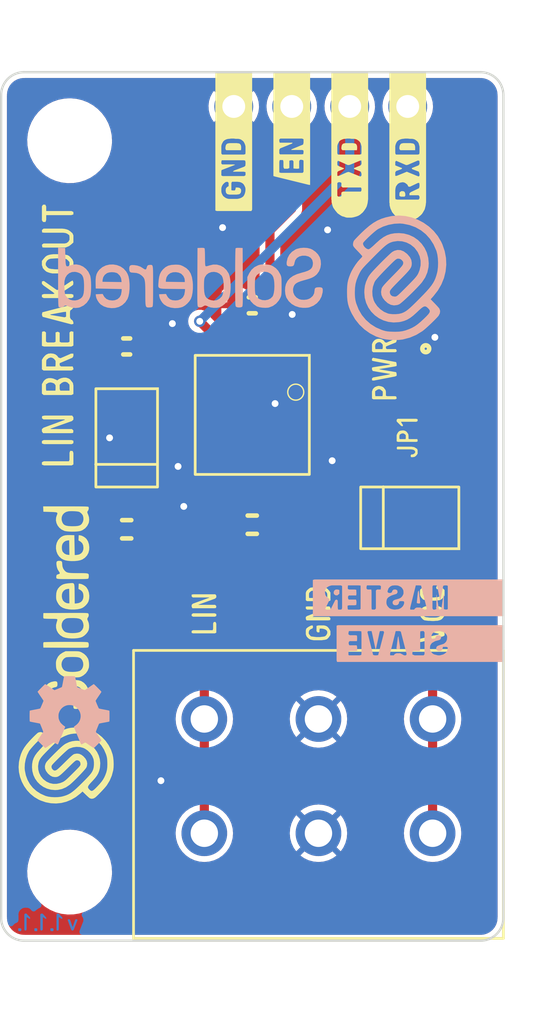
<source format=kicad_pcb>
(kicad_pcb (version 20211014) (generator pcbnew)
  (title_block (title "LIN Transceiver NCV7329 MASTER breakout") (date "2021-07-14") (rev "V1.1.1.") (company "SOLDERED") (comment 1 "333026"))
  (layers (0 "F.Cu" mixed) (31 "B.Cu" signal) (34 "B.Paste" user) (35 "F.Paste" user) (36 "B.SilkS" user "B.Silkscreen") (37 "F.SilkS" user "F.Silkscreen") (38 "B.Mask" user) (39 "F.Mask" user) (44 "Edge.Cuts" user))
  (net 0 "")
  (net 1 "VCC")
  (net 2 "GND")
  (net 3 "LIN")
  (net 4 "Net-(C1-Pad2)")
  (net 5 "Net-(D2-Pad1)")
  (net 6 "Net-(D3-Pad1)")
  (net 7 "RXD")
  (net 8 "TXD")
  (net 9 "EN")
  (net 12 "Net-(JP1-Pad2)")
  (footprint "Soldered Graphics:Logo-Back-OSH-3.5mm" (layer "F.Cu") (at 112 120)
    (fp_text reference "G***" hide)
    (fp_text value "LOGO" hide)
  )
  (footprint "buzzardLabel" (layer "F.Cu") (at 119.19 91.6 90)
    (fp_text reference "" (at 0 0 90) (layer "F.SilkS") (effects (font (size 1.27 1.27))))
    (fp_text value "" (at 0 0 90) (layer "F.SilkS") (effects (font (size 1.27 1.27))))
  )
  (footprint "buzzardLabel" (layer "F.Cu") (at 124.27 91.6 90)
    (fp_text reference "" (at 0 0 90) (layer "F.SilkS") (effects (font (size 1.27 1.27))))
    (fp_text value "" (at 0 0 90) (layer "F.SilkS") (effects (font (size 1.27 1.27))))
  )
  (footprint "buzzardLabel" (layer "F.Cu") (at 111.5 103.5 90)
    (fp_text reference "" (at 0 0 90) (layer "F.SilkS") (effects (font (size 1.27 1.27))))
    (fp_text value "" (at 0 0 90) (layer "F.SilkS") (effects (font (size 1.27 1.27))))
  )
  (footprint "buzzardLabel" (layer "F.Cu") (at 125.8 105 90)
    (fp_text reference "" (at 0 0 90) (layer "F.SilkS") (effects (font (size 1.27 1.27))))
    (fp_text value "" (at 0 0 90) (layer "F.SilkS") (effects (font (size 1.27 1.27))))
  )
  (footprint "Soldered Graphics:Logo-Front-SolderedFULL-13mm" (layer "F.Cu") (at 111.85 117.5 90)
    (fp_text reference "REF**" hide)
    (fp_text value "Logo-Front-SolderedFULL-13mm" hide)
  )
  (footprint "e-radionica.com footprinti:0402LED" (layer "F.Cu") (at 127 105 90)
    (fp_text reference "D2")
    (fp_text value "purple")
    (pad "1" smd rect locked (at -0.55 0 180) (size 0.75 0.45) (layers "F.Cu" "F.Paste" "F.Mask") (net 5 "Net-(D2-Pad1)"))
    (pad "2" smd rect locked (at 0.55 0 180) (size 0.75 0.45) (layers "F.Cu" "F.Paste" "F.Mask") (net 2 "GND"))
  )
  (footprint "e-radionica.com footprinti:FIDUCIAL_23" (layer "F.Cu") (at 115.4 98.3)
    (fp_text reference "FD1")
    (fp_text value "FIDUCIAL")
    (fp_circle (center 0 0) (end 1 0) (layer "F.Cu") (width 0.2) (fill none))
    (pad "1" smd circle (at 0 0) (size 1 1) (layers "F.Cu" "F.Paste" "F.Mask") (clearance 1.1))
  )
  (footprint "e-radionica.com footprinti:0603R" (layer "F.Cu") (at 114.5 104)
    (fp_text reference "R3")
    (fp_text value "1k")
    (pad "1" smd rect locked (at -0.775 0 90) (size 1 0.64) (layers "F.Cu" "F.Paste" "F.Mask") (net 6 "Net-(D3-Pad1)"))
    (pad "2" smd rect locked (at 0.775 0 90) (size 1 0.64) (layers "F.Cu" "F.Paste" "F.Mask") (net 4 "Net-(C1-Pad2)"))
  )
  (footprint "e-radionica.com footprinti:TERMINAL_KF235-5.0-3P" (layer "F.Cu") (at 122.9 122.8)
    (fp_text reference "K2")
    (fp_text value "TERMINAL_KF235-5.0-3P")
    (pad "1" thru_hole circle locked (at 5 2.5) (size 2 2) (drill 1.2) (layers *.Cu *.Mask) (net 1 "VCC"))
    (pad "1" thru_hole circle locked (at 5 -2.5) (size 2 2) (drill 1.2) (layers *.Cu *.Mask) (net 1 "VCC"))
    (pad "2" thru_hole circle locked (at 0 2.5) (size 2 2) (drill 1.2) (layers *.Cu *.Mask) (net 2 "GND"))
    (pad "2" thru_hole circle locked (at 0 -2.5) (size 2 2) (drill 1.2) (layers *.Cu *.Mask) (net 2 "GND"))
    (pad "3" thru_hole circle locked (at -5 2.5) (size 2 2) (drill 1.2) (layers *.Cu *.Mask) (net 3 "LIN"))
    (pad "3" thru_hole circle locked (at -5 -2.5) (size 2 2) (drill 1.2) (layers *.Cu *.Mask) (net 3 "LIN"))
  )
  (footprint "e-radionica.com footprinti:M4_DIODA" (layer "F.Cu") (at 114.5 108 -90)
    (fp_text reference "D3")
    (fp_text value "M4_DIODA")
    (pad "1" smd rect locked (at -1.69 0 270) (size 1.27 1.47) (layers "F.Cu" "F.Paste" "F.Mask") (net 6 "Net-(D3-Pad1)"))
    (pad "2" smd rect locked (at 1.69 0 270) (size 1.27 1.47) (layers "F.Cu" "F.Paste" "F.Mask") (net 3 "LIN"))
  )
  (footprint "buzzardLabel" (layer "F.Cu") (at 122.9 115.7 90)
    (fp_text reference "" (at 0 0 90) (layer "F.SilkS") (effects (font (size 1.27 1.27))))
    (fp_text value "" (at 0 0 90) (layer "F.SilkS") (effects (font (size 1.27 1.27))))
  )
  (footprint "e-radionica.com footprinti:SMD-JUMPER-CONNECTED_TRACE_SLODERMASK" (layer "F.Cu") (at 128 108 90)
    (fp_text reference "JP1")
    (fp_text value "SMD-JUMPER-CONNECTED_TRACE_SLODERMASK")
    (fp_poly (pts (xy 0.1 0.1) (xy -0.1 0.1) (xy -0.1 -0.1) (xy 0.1 -0.1)) (layer "F.Cu") (width 0.1) (fill solid))
    (pad "1" smd rect (at -0.35 0 90) (size 0.5 1) (layers "F.Cu" "F.Mask") (net 1 "VCC"))
    (pad "2" smd rect (at 0.35 0 90) (size 0.5 1) (layers "F.Cu" "F.Mask") (net 12 "Net-(JP1-Pad2)"))
  )
  (footprint "buzzardLabel" (layer "F.Cu") (at 121.73 91.6 90)
    (fp_text reference "" (at 0 0 90) (layer "F.SilkS") (effects (font (size 1.27 1.27))))
    (fp_text value "" (at 0 0 90) (layer "F.SilkS") (effects (font (size 1.27 1.27))))
  )
  (footprint "e-radionica.com footprinti:0603C" (layer "F.Cu") (at 120 111.8)
    (fp_text reference "C1")
    (fp_text value "2.2uF")
    (pad "1" smd rect locked (at -0.73 0) (size 0.66 1) (layers "F.Cu" "F.Paste" "F.Mask") (net 2 "GND"))
    (pad "2" smd rect locked (at 0.73 0) (size 0.66 1) (layers "F.Cu" "F.Paste" "F.Mask") (net 4 "Net-(C1-Pad2)"))
  )
  (footprint "e-radionica.com footprinti:0603R" (layer "F.Cu") (at 120 102.2)
    (fp_text reference "R1")
    (fp_text value "4.7k")
    (pad "1" smd rect locked (at -0.775 0 90) (size 1 0.64) (layers "F.Cu" "F.Paste" "F.Mask") (net 2 "GND"))
    (pad "2" smd rect locked (at 0.775 0 90) (size 1 0.64) (layers "F.Cu" "F.Paste" "F.Mask") (net 9 "EN"))
  )
  (footprint "e-radionica.com footprinti:SOIC−8" (layer "F.Cu") (at 120 107 -90)
    (fp_text reference "U1")
    (fp_text value "NCV7329")
    (pad "1" smd rect locked (at -2.7 -1.905 270) (size 1.55 0.6) (layers "F.Cu" "F.Paste" "F.Mask") (net 7 "RXD"))
    (pad "2" smd rect locked (at -2.6 -0.635 270) (size 1.55 0.6) (layers "F.Cu" "F.Paste" "F.Mask") (net 9 "EN"))
    (pad "3" smd rect locked (at -2.6 0.635 270) (size 1.55 0.6) (layers "F.Cu" "F.Paste" "F.Mask"))
    (pad "4" smd rect locked (at -2.6 1.905 270) (size 1.55 0.6) (layers "F.Cu" "F.Paste" "F.Mask") (net 8 "TXD"))
    (pad "5" smd rect locked (at 2.6 1.905 270) (size 1.55 0.6) (layers "F.Cu" "F.Paste" "F.Mask") (net 2 "GND"))
    (pad "6" smd rect locked (at 2.6 0.635 270) (size 1.55 0.6) (layers "F.Cu" "F.Paste" "F.Mask") (net 3 "LIN"))
    (pad "7" smd rect locked (at 2.6 -0.635 270) (size 1.55 0.6) (layers "F.Cu" "F.Paste" "F.Mask") (net 4 "Net-(C1-Pad2)"))
    (pad "8" smd rect locked (at 2.6 -1.905 270) (size 1.55 0.6) (layers "F.Cu" "F.Paste" "F.Mask"))
  )
  (footprint "e-radionica.com footprinti:0603C" (layer "F.Cu") (at 114.5 112)
    (fp_text reference "C2")
    (fp_text value "270pF")
    (pad "1" smd rect locked (at -0.73 0) (size 0.66 1) (layers "F.Cu" "F.Paste" "F.Mask") (net 2 "GND"))
    (pad "2" smd rect locked (at 0.73 0) (size 0.66 1) (layers "F.Cu" "F.Paste" "F.Mask") (net 3 "LIN"))
  )
  (footprint "buzzardLabel" (layer "F.Cu") (at 117.9 115.7 90)
    (fp_text reference "" (at 0 0 90) (layer "F.SilkS") (effects (font (size 1.27 1.27))))
    (fp_text value "" (at 0 0 90) (layer "F.SilkS") (effects (font (size 1.27 1.27))))
  )
  (footprint "e-radionica.com footprinti:HOLE_3.2mm" (layer "F.Cu") (at 112 95)
    (fp_text reference "H2" hide)
    (fp_text value "HOLE_3.2mm" hide)
    (pad "" np_thru_hole circle locked (at 0 0) (size 3.2 3.2) (drill 3.2) (layers F&B.Cu *.Mask))
  )
  (footprint "e-radionica.com footprinti:HOLE_3.2mm" (layer "F.Cu") (at 112 127)
    (fp_text reference "H1" hide)
    (fp_text value "HOLE_3.2mm" hide)
    (pad "" np_thru_hole circle locked (at 0 0) (size 3.2 3.2) (drill 3.2) (layers F&B.Cu *.Mask))
  )
  (footprint "Soldered Graphics:Logo-Back-SolderedFULL-17mm" (layer "F.Cu") (at 120 101)
    (fp_text reference "REF**" hide)
    (fp_text value "Logo-Front-SolderedFULL-17mm" hide)
  )
  (footprint "buzzardLabel" (layer "F.Cu") (at 127.9 115.7 90)
    (fp_text reference "" (at 0 0 90) (layer "F.SilkS") (effects (font (size 1.27 1.27))))
    (fp_text value "" (at 0 0 90) (layer "F.SilkS") (effects (font (size 1.27 1.27))))
  )
  (footprint "buzzardLabel" (layer "F.Cu") (at 126.81 91.6 90)
    (fp_text reference "" (at 0 0 90) (layer "F.SilkS") (effects (font (size 1.27 1.27))))
    (fp_text value "" (at 0 0 90) (layer "F.SilkS") (effects (font (size 1.27 1.27))))
  )
  (footprint "buzzardLabel" (layer "F.Cu") (at 126.8 108 90)
    (fp_text reference "" (at 0 0 90) (layer "F.SilkS") (effects (font (size 1.27 1.27))))
    (fp_text value "" (at 0 0 90) (layer "F.SilkS") (effects (font (size 1.27 1.27))))
  )
  (footprint "e-radionica.com footprinti:M4_DIODA" (layer "F.Cu") (at 126.9 111.5 180)
    (fp_text reference "D1")
    (fp_text value "M4_DIODA")
    (pad "1" smd rect locked (at -1.69 0 180) (size 1.27 1.47) (layers "F.Cu" "F.Paste" "F.Mask") (net 1 "VCC"))
    (pad "2" smd rect locked (at 1.69 0 180) (size 1.27 1.47) (layers "F.Cu" "F.Paste" "F.Mask") (net 4 "Net-(C1-Pad2)"))
  )
  (footprint "e-radionica.com footprinti:0402R" (layer "F.Cu") (at 129 105 90)
    (fp_text reference "R2")
    (fp_text value "2k2")
    (pad "1" smd rect locked (at -0.5 0 180) (size 0.64 0.54) (layers "F.Cu" "F.Paste" "F.Mask") (net 12 "Net-(JP1-Pad2)"))
    (pad "2" smd rect locked (at 0.5 0 180) (size 0.64 0.54) (layers "F.Cu" "F.Paste" "F.Mask") (net 5 "Net-(D2-Pad1)"))
  )
  (footprint "buzzardLabel" (layer "B.Cu") (at 131.4 115 180)
    (fp_text reference "" (at 0 0) (layer "B.SilkS") (effects (font (size 1.27 1.27)) (justify mirror)))
    (fp_text value "" (at 0 0) (layer "B.SilkS") (effects (font (size 1.27 1.27)) (justify mirror)))
  )
  (footprint "e-radionica.com footprinti:HEADER_MALE_4X1" (layer "B.Cu") (at 123 93.5)
    (fp_text reference "K1")
    (fp_text value "HEADER_MALE_4X1")
    (pad "1" thru_hole circle locked (at -3.81 0) (size 1.7 1.7) (drill 1) (layers *.Cu *.Mask) (net 2 "GND"))
    (pad "2" thru_hole circle locked (at -1.27 0) (size 1.7 1.7) (drill 1) (layers *.Cu *.Mask) (net 9 "EN"))
    (pad "3" thru_hole circle locked (at 1.27 0) (size 1.7 1.7) (drill 1) (layers *.Cu *.Mask) (net 8 "TXD"))
    (pad "4" thru_hole circle locked (at 3.81 0) (size 1.7 1.7) (drill 1) (layers *.Cu *.Mask) (net 7 "RXD"))
  )
  (footprint "buzzardLabel" (layer "B.Cu") (at 131.4 117 180)
    (fp_text reference "" (at 0 0) (layer "B.SilkS") (effects (font (size 1.27 1.27)) (justify mirror)))
    (fp_text value "" (at 0 0) (layer "B.SilkS") (effects (font (size 1.27 1.27)) (justify mirror)))
  )
  (footprint "Soldered Graphics:Version1.1.1." (layer "B.Cu") (at 111 129.2 180)
    (fp_text reference "REF**" hide)
    (fp_text value "Version1.1.1." hide)
    (fp_poly (pts (xy -0.27 -0.38) (xy -0.22 -0.38) (xy -0.17 -0.37) (xy -0.16 -0.33) (xy -0.16 -0.27) (xy -0.21 -0.26) (xy -0.26 -0.26) (xy -0.29 -0.29) (xy -0.29 -0.34) (xy -0.27 -0.38)) (layer "B.Cu") (width 0.01) (fill solid))
    (fp_poly (pts (xy -0.5 -0.35) (xy -0.44 -0.35) (xy -0.43 -0.31) (xy -0.43 0.35) (xy -0.46 0.38) (xy -0.52 0.38) (xy -0.55 0.34) (xy -0.67 0.22) (xy -0.68 0.17) (xy -0.65 0.16) (xy -0.56 0.22) (xy -0.52 0.23) (xy -0.52 -0.31) (xy -0.5 -0.35)) (layer "B.Cu") (width 0.01) (fill solid))
    (fp_poly (pts (xy 0.21 -0.35) (xy 0.26 -0.35) (xy 0.28 -0.31) (xy 0.28 0.35) (xy 0.24 0.38) (xy 0.19 0.38) (xy 0.15 0.34) (xy 0.04 0.22) (xy 0.02 0.17) (xy 0.05 0.16) (xy 0.14 0.22) (xy 0.18 0.23) (xy 0.18 -0.31) (xy 0.21 -0.35)) (layer "B.Cu") (width 0.01) (fill solid))
    (fp_poly (pts (xy 0.91 -0.35) (xy 0.96 -0.35) (xy 0.98 -0.31) (xy 0.98 0.35) (xy 0.95 0.38) (xy 0.89 0.38) (xy 0.86 0.34) (xy 0.74 0.22) (xy 0.73 0.17) (xy 0.76 0.16) (xy 0.85 0.22) (xy 0.89 0.23) (xy 0.89 -0.31) (xy 0.91 -0.35)) (layer "B.Cu") (width 0.01) (fill solid))
    (fp_poly (pts (xy -1.15 -0.35) (xy -1.1 -0.35) (xy -1.07 -0.31) (xy -0.92 0.1) (xy -0.94 0.13) (xy -0.99 0.13) (xy -1.02 0.1) (xy -1.11 -0.16) (xy -1.13 -0.21) (xy -1.15 -0.17) (xy -1.24 0.09) (xy -1.26 0.13) (xy -1.32 0.13) (xy -1.34 0.1) (xy -1.18 -0.31) (xy -1.15 -0.35)) (layer "B.Cu") (width 0.01) (fill solid))
    (fp_poly (pts (xy 1.14 -0.38) (xy 1.19 -0.38) (xy 1.24 -0.37) (xy 1.25 -0.33) (xy 1.25 -0.27) (xy 1.2 -0.26) (xy 1.15 -0.26) (xy 1.12 -0.29) (xy 1.12 -0.34) (xy 1.14 -0.38)) (layer "B.Cu") (width 0.01) (fill solid))
    (fp_poly (pts (xy 0.43 -0.38) (xy 0.48 -0.38) (xy 0.54 -0.37) (xy 0.54 -0.33) (xy 0.54 -0.27) (xy 0.5 -0.26) (xy 0.45 -0.26) (xy 0.42 -0.29) (xy 0.42 -0.34) (xy 0.43 -0.38)) (layer "B.Cu") (width 0.01) (fill solid))
  )
  (gr_line (start 109 129) (end 109 93) (layer "Edge.Cuts") (width 0.1))
  (gr_arc (start 130 92) (mid 130.707105 92.292892) (end 130.999997 92.999997) (layer "Edge.Cuts") (width 0.1))
  (gr_arc (start 108.999997 92.999997) (mid 109.292892 92.292891) (end 110 92) (layer "Edge.Cuts") (width 0.1))
  (gr_arc (start 110 130) (mid 109.292893 129.707107) (end 109 129) (layer "Edge.Cuts") (width 0.1))
  (gr_arc (start 131 129) (mid 130.707107 129.707107) (end 130 130) (layer "Edge.Cuts") (width 0.1))
  (gr_line (start 110 92) (end 130 92) (layer "Edge.Cuts") (width 0.1))
  (gr_line (start 130 130) (end 110 130) (layer "Edge.Cuts") (width 0.1))
  (gr_line (start 131 93) (end 131 129) (layer "Edge.Cuts") (width 0.1))
  (segment (start 128.59 109.99) (end 128 109.4) (width 0.4) (layer "F.Cu") (net 1))
  (segment (start 127.9 120.3) (end 127.9 113.3) (width 0.4) (layer "F.Cu") (net 1))
  (segment (start 128.59 112.61) (end 128.59 111.5) (width 0.4) (layer "F.Cu") (net 1))
  (segment (start 127.9 113.3) (end 128.59 112.61) (width 0.4) (layer "F.Cu") (net 1))
  (segment (start 128.59 111.5) (end 128.59 109.99) (width 0.4) (layer "F.Cu") (net 1))
  (segment (start 127.9 125.3) (end 127.9 120.3) (width 0.4) (layer "F.Cu") (net 1))
  (segment (start 128 109.4) (end 128 108.35) (width 0.4) (layer "F.Cu") (net 1))
  (via (at 118.7 98.8) (size 0.5) (drill 0.3) (layers "F.Cu" "B.Cu") (net 2))
  (via (at 121.75 102.6) (size 0.5) (drill 0.3) (layers "F.Cu" "B.Cu") (net 2))
  (via (at 116.5 103) (size 0.5) (drill 0.3) (layers "F.Cu" "B.Cu") (net 2))
  (via (at 121 106.5) (size 0.5) (drill 0.3) (layers "F.Cu" "B.Cu") (net 2))
  (via (at 116 123) (size 0.5) (drill 0.3) (layers "F.Cu" "B.Cu") (net 2))
  (via (at 128 103.6) (size 0.5) (drill 0.3) (layers "F.Cu" "B.Cu") (net 2))
  (via (at 123.5 109) (size 0.5) (drill 0.3) (layers "F.Cu" "B.Cu") (net 2))
  (via (at 123.3 98.9) (size 0.5) (drill 0.3) (layers "F.Cu" "B.Cu") (net 2))
  (via (at 116.75 109.25) (size 0.5) (drill 0.3) (layers "F.Cu" "B.Cu") (net 2))
  (via (at 113.75 108) (size 0.5) (drill 0.3) (layers "F.Cu" "B.Cu") (net 2))
  (via (at 117 111) (size 0.5) (drill 0.3) (layers "F.Cu" "B.Cu") (net 2))
  (segment (start 118.7 107.8) (end 115.9 107.8) (width 0.4) (layer "F.Cu") (net 3))
  (segment (start 115.9 107.8) (end 114.5 109.2) (width 0.4) (layer "F.Cu") (net 3))
  (segment (start 115.2 110.7) (end 115.2 111.97) (width 0.4) (layer "F.Cu") (net 3))
  (segment (start 117.9 118) (end 117.9 120.3) (width 0.4) (layer "F.Cu") (net 3))
  (segment (start 114.5 110) (end 115.2 110.7) (width 0.4) (layer "F.Cu") (net 3))
  (segment (start 115.23 112) (end 115.23 115.33) (width 0.4) (layer "F.Cu") (net 3))
  (segment (start 119.365 109.6) (end 119.365 108.465) (width 0.4) (layer "F.Cu") (net 3))
  (segment (start 114.5 109.69) (end 114.5 110) (width 0.4) (layer "F.Cu") (net 3))
  (segment (start 119.365 108.465) (end 118.7 107.8) (width 0.4) (layer "F.Cu") (net 3))
  (segment (start 115.23 115.33) (end 117.9 118) (width 0.4) (layer "F.Cu") (net 3))
  (segment (start 115.2 111.97) (end 115.23 112) (width 0.4) (layer "F.Cu") (net 3))
  (segment (start 114.5 109.2) (end 114.5 109.69) (width 0.4) (layer "F.Cu") (net 3))
  (segment (start 117.9 120.3) (end 117.9 125.3) (width 0.4) (layer "F.Cu") (net 3))
  (segment (start 120.635 108.035) (end 120.635 109.6) (width 0.4) (layer "F.Cu") (net 4))
  (segment (start 120.635 111.705) (end 120.73 111.8) (width 0.4) (layer "F.Cu") (net 4))
  (segment (start 115.275 104) (end 115.275 104.3) (width 0.4) (layer "F.Cu") (net 4))
  (segment (start 125.21 111.5) (end 122.9 111.5) (width 0.4) (layer "F.Cu") (net 4))
  (segment (start 122.9 111.5) (end 122.6 111.8) (width 0.4) (layer "F.Cu") (net 4))
  (segment (start 120.635 109.6) (end 120.635 111.705) (width 0.4) (layer "F.Cu") (net 4))
  (segment (start 115.275 104.3) (end 117.775 106.8) (width 0.4) (layer "F.Cu") (net 4))
  (segment (start 117.775 106.8) (end 119.4 106.8) (width 0.4) (layer "F.Cu") (net 4))
  (segment (start 122.6 111.8) (end 120.73 111.8) (width 0.4) (layer "F.Cu") (net 4))
  (segment (start 119.4 106.8) (end 120.635 108.035) (width 0.4) (layer "F.Cu") (net 4))
  (segment (start 128.6 104.5) (end 129 104.5) (width 0.3) (layer "F.Cu") (net 5))
  (segment (start 127.55 105.55) (end 128.6 104.5) (width 0.3) (layer "F.Cu") (net 5))
  (segment (start 127 105.55) (end 127.55 105.55) (width 0.3) (layer "F.Cu") (net 5))
  (segment (start 113.725 104) (end 113.725 105.535) (width 0.4) (layer "F.Cu") (net 6))
  (segment (start 113.725 105.535) (end 114.5 106.31) (width 0.4) (layer "F.Cu") (net 6))
  (segment (start 121.905 104.3) (end 121.905 103.795) (width 0.4) (layer "F.Cu") (net 7))
  (segment (start 121.905 103.795) (end 126.81 98.89) (width 0.4) (layer "F.Cu") (net 7))
  (segment (start 126.81 98.89) (end 126.81 93.5) (width 0.4) (layer "F.Cu") (net 7))
  (segment (start 118.095 103.295) (end 117.7 102.9) (width 0.4) (layer "F.Cu") (net 8))
  (segment (start 118.095 104.4) (end 118.095 103.295) (width 0.4) (layer "F.Cu") (net 8))
  (via (at 117.7 102.9) (size 0.5) (drill 0.3) (layers "F.Cu" "B.Cu") (net 8))
  (segment (start 117.7 102.9) (end 124.27 96.33) (width 0.4) (layer "B.Cu") (net 8))
  (segment (start 124.27 96.33) (end 124.27 93.5) (width 0.4) (layer "B.Cu") (net 8))
  (segment (start 120.775 98.925) (end 121.73 97.97) (width 0.4) (layer "F.Cu") (net 9))
  (segment (start 120.775 102.2) (end 120.775 98.925) (width 0.4) (layer "F.Cu") (net 9))
  (segment (start 121.73 97.97) (end 121.73 93.5) (width 0.4) (layer "F.Cu") (net 9))
  (segment (start 120.635 102.34) (end 120.775 102.2) (width 0.4) (layer "F.Cu") (net 9))
  (segment (start 120.635 104.4) (end 120.635 102.34) (width 0.4) (layer "F.Cu") (net 9))
  (segment (start 129 105.8) (end 129 105.5) (width 0.3) (layer "F.Cu") (net 12))
  (segment (start 128 107.65) (end 128 106.8) (width 0.3) (layer "F.Cu") (net 12))
  (segment (start 128 106.8) (end 129 105.8) (width 0.3) (layer "F.Cu") (net 12))
  (zone (net 2) (net_name "GND") (layers F&B.Cu) (connect_pads (clearance 0.254)) (min_thickness 0.254) (fill yes (thermal_gap 0.254) (thermal_bridge_width 0.254))
    (polygon (pts (xy 131 130) (xy 109 130) (xy 109 92) (xy 131 92)))
  )
)
</source>
